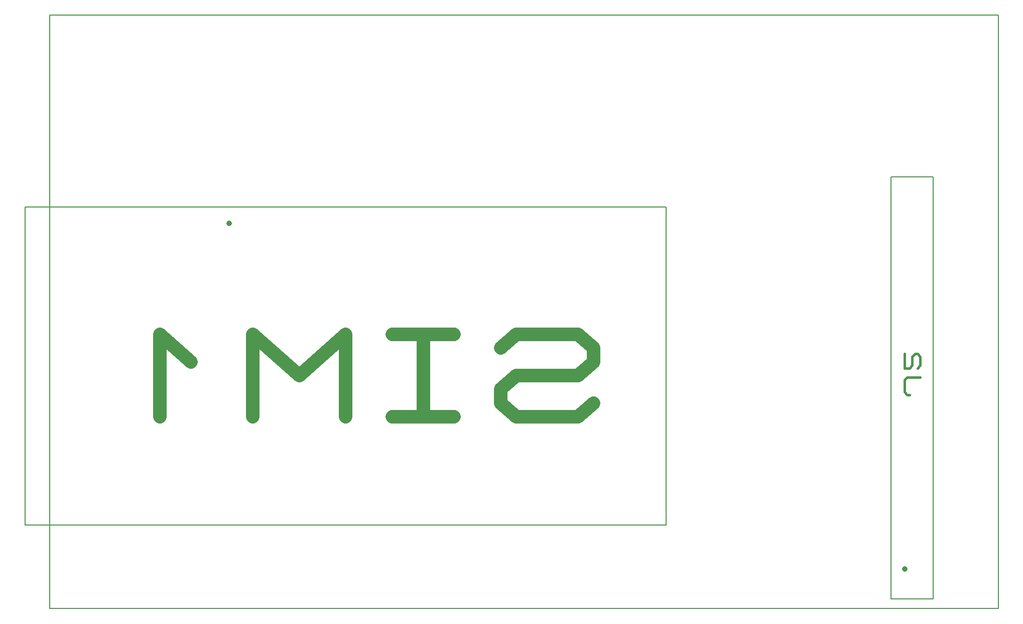
<source format=gbr>
G04 PROTEUS GERBER X2 FILE*
%TF.GenerationSoftware,Labcenter,Proteus,8.13-SP0-Build31525*%
%TF.CreationDate,2024-05-27T19:39:57+00:00*%
%TF.FileFunction,AssemblyDrawing,Bot*%
%TF.FilePolarity,Positive*%
%TF.Part,Single*%
%TF.SameCoordinates,{9f387fc5-f7ba-42a6-a927-b5c1fa408f1c}*%
%FSLAX45Y45*%
%MOMM*%
G01*
%TA.AperFunction,Profile*%
%ADD25C,0.203200*%
%TA.AperFunction,Material*%
%ADD28C,0.203200*%
%ADD47C,0.914400*%
%ADD62C,2.322400*%
%ADD72C,0.152400*%
%ADD63C,0.438810*%
%TD.AperFunction*%
D25*
X-8000000Y-5000000D02*
X+8000000Y-5000000D01*
X+8000000Y+5000000D01*
X-8000000Y+5000000D01*
X-8000000Y-5000000D01*
D28*
X-8417560Y-3591560D02*
X+2397760Y-3591560D01*
X+2397760Y+1762760D01*
X-8417560Y+1762760D01*
X-8417560Y-3591560D01*
D47*
X-4978400Y+1498600D02*
X-4978400Y+1498600D01*
D62*
X+1170432Y-1533821D02*
X+909162Y-1766062D01*
X-135921Y-1766062D01*
X-397192Y-1533821D01*
X-397192Y-1301581D01*
X-135921Y-1069340D01*
X+909162Y-1069340D01*
X+1170432Y-837099D01*
X+1170432Y-604859D01*
X+909162Y-372618D01*
X-135921Y-372618D01*
X-397192Y-604859D01*
X-1181004Y-372618D02*
X-2226087Y-372618D01*
X-1703546Y-372618D02*
X-1703546Y-1766062D01*
X-1181004Y-1766062D02*
X-2226087Y-1766062D01*
X-3009900Y-1766062D02*
X-3009900Y-372618D01*
X-3793712Y-1069340D01*
X-4577524Y-372618D01*
X-4577524Y-1766062D01*
X-5622607Y-837099D02*
X-6145149Y-372618D01*
X-6145149Y-1766062D01*
D72*
X+6903720Y-4838700D02*
X+6192520Y-4838700D01*
X+6192520Y+2273300D01*
X+6903720Y+2273300D01*
X+6903720Y-4838700D01*
X+6192520Y-4838700D01*
X+6192520Y+2273300D01*
X+6903720Y+2273300D01*
X+6903720Y-4838700D01*
D47*
X+6421120Y-4330700D02*
X+6421120Y-4330700D01*
D63*
X+6504239Y-1396959D02*
X+6460358Y-1396959D01*
X+6416477Y-1347593D01*
X+6416477Y-1150129D01*
X+6460358Y-1100763D01*
X+6679763Y-1100763D01*
X+6635882Y-952664D02*
X+6679763Y-903298D01*
X+6679763Y-755200D01*
X+6635882Y-705834D01*
X+6592001Y-705834D01*
X+6548120Y-755200D01*
X+6548120Y-903298D01*
X+6504239Y-952664D01*
X+6416477Y-952664D01*
X+6416477Y-705834D01*
M02*

</source>
